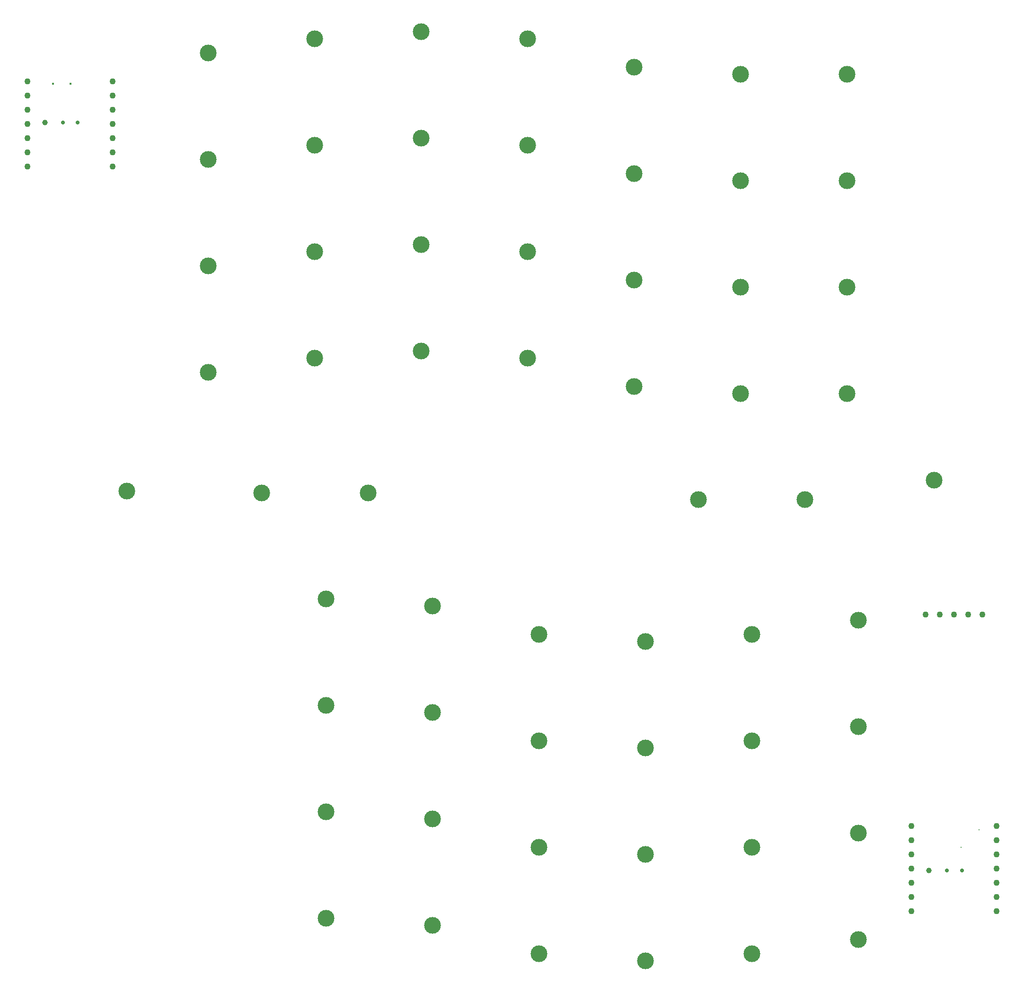
<source format=gbr>
%TF.GenerationSoftware,KiCad,Pcbnew,(6.0.7-1)-1*%
%TF.CreationDate,2023-01-14T16:38:47+08:00*%
%TF.ProjectId,prelude,7072656c-7564-4652-9e6b-696361645f70,rev?*%
%TF.SameCoordinates,Original*%
%TF.FileFunction,Plated,1,2,PTH,Drill*%
%TF.FilePolarity,Positive*%
%FSLAX46Y46*%
G04 Gerber Fmt 4.6, Leading zero omitted, Abs format (unit mm)*
G04 Created by KiCad (PCBNEW (6.0.7-1)-1) date 2023-01-14 16:38:47*
%MOMM*%
%LPD*%
G01*
G04 APERTURE LIST*
%TA.AperFunction,ViaDrill*%
%ADD10C,0.300000*%
%TD*%
%TA.AperFunction,ViaDrill*%
%ADD11C,0.400000*%
%TD*%
%TA.AperFunction,ComponentDrill*%
%ADD12C,0.700000*%
%TD*%
%TA.AperFunction,ComponentDrill*%
%ADD13C,1.000000*%
%TD*%
%TA.AperFunction,ComponentDrill*%
%ADD14C,1.092200*%
%TD*%
%TA.AperFunction,ComponentDrill*%
%ADD15C,3.000000*%
%TD*%
G04 APERTURE END LIST*
D10*
X-4395000Y-135175000D03*
X-1220000Y-132000000D03*
D11*
X-166900000Y1500000D03*
X-163750000Y1500000D03*
D12*
%TO.C,TP3*%
X-165100000Y-5415000D03*
%TO.C,TP4*%
X-162433000Y-5415000D03*
%TO.C,TP1*%
X-6935000Y-139285000D03*
%TO.C,TP2*%
X-4268000Y-139285000D03*
D13*
%TO.C,U2*%
X-168330000Y-5415000D03*
%TO.C,U1*%
X-10165000Y-139285000D03*
D14*
%TO.C,U2*%
X-171450000Y1905000D03*
X-171450000Y-635000D03*
X-171450000Y-3175000D03*
X-171450000Y-5715000D03*
X-171450000Y-8255000D03*
X-171450000Y-10795000D03*
X-171450000Y-13335000D03*
X-156210000Y1905000D03*
X-156210000Y-635000D03*
X-156210000Y-3175000D03*
X-156210000Y-5715000D03*
X-156210000Y-8255000D03*
X-156210000Y-10795000D03*
X-156210000Y-13335000D03*
%TO.C,U1*%
X-13285000Y-131365000D03*
X-13285000Y-133905000D03*
X-13285000Y-136445000D03*
X-13285000Y-138985000D03*
X-13285000Y-141525000D03*
X-13285000Y-144065000D03*
X-13285000Y-146605000D03*
%TO.C,Display1*%
X-10745000Y-93519000D03*
X-8205000Y-93519000D03*
X-5665000Y-93519000D03*
X-3125000Y-93519000D03*
X-585000Y-93519000D03*
%TO.C,U1*%
X1955000Y-131365000D03*
X1955000Y-133905000D03*
X1955000Y-136445000D03*
X1955000Y-138985000D03*
X1955000Y-141525000D03*
X1955000Y-144065000D03*
X1955000Y-146605000D03*
D15*
%TO.C,SWR0-5*%
X-153698085Y-71423867D03*
%TO.C,SWR0-1*%
X-139065000Y6985000D03*
%TO.C,SWR0-2*%
X-139065000Y-12065000D03*
%TO.C,SWR0-3*%
X-139065000Y-31115000D03*
%TO.C,SWR0-4*%
X-139065000Y-50165000D03*
%TO.C,SWR1-5*%
X-129540000Y-71755000D03*
%TO.C,SWR1-0*%
X-120015000Y9525000D03*
%TO.C,SWR1-2*%
X-120015000Y-9525000D03*
%TO.C,SWR1-3*%
X-120015000Y-28575000D03*
%TO.C,SWR1-4*%
X-120015000Y-47625000D03*
%TO.C,SWL0-4*%
X-118060000Y-90725000D03*
%TO.C,SWL0-3*%
X-118060000Y-109775000D03*
%TO.C,SWL0-2*%
X-118060000Y-128825000D03*
%TO.C,SWL0-1*%
X-118060000Y-147875000D03*
%TO.C,SWR2-5*%
X-110490000Y-71755000D03*
%TO.C,SWR2-0*%
X-100965000Y10795000D03*
%TO.C,SWR2-1*%
X-100965000Y-8255000D03*
%TO.C,SWR2-3*%
X-100965000Y-27305000D03*
%TO.C,SWR2-4*%
X-100965000Y-46355000D03*
%TO.C,SWL1-4*%
X-99010000Y-91995000D03*
%TO.C,SWL1-3*%
X-99010000Y-111045000D03*
%TO.C,SWL1-2*%
X-99010000Y-130095000D03*
%TO.C,SWL1-0*%
X-99010000Y-149145000D03*
%TO.C,SWR3-0*%
X-81915000Y9525000D03*
%TO.C,SWR3-1*%
X-81915000Y-9525000D03*
%TO.C,SWR3-2*%
X-81915000Y-28575000D03*
%TO.C,SWR3-4*%
X-81915000Y-47625000D03*
%TO.C,SWL2-4*%
X-79960000Y-97075000D03*
%TO.C,SWL2-3*%
X-79960000Y-116125000D03*
%TO.C,SWL2-1*%
X-79960000Y-135175000D03*
%TO.C,SWL2-0*%
X-79960000Y-154225000D03*
%TO.C,SWR4-0*%
X-62865000Y4445000D03*
%TO.C,SWR4-1*%
X-62865000Y-14605000D03*
%TO.C,SWR4-2*%
X-62865000Y-33655000D03*
%TO.C,SWR4-3*%
X-62865000Y-52705000D03*
%TO.C,SWL3-4*%
X-60910000Y-98345000D03*
%TO.C,SWL3-2*%
X-60910000Y-117395000D03*
%TO.C,SWL3-1*%
X-60910000Y-136445000D03*
%TO.C,SWL3-0*%
X-60910000Y-155495000D03*
%TO.C,SWL3-5*%
X-51385000Y-72945000D03*
%TO.C,SWR5-0*%
X-43815000Y3175000D03*
%TO.C,SWR5-1*%
X-43815000Y-15875000D03*
%TO.C,SWR5-2*%
X-43815000Y-34925000D03*
%TO.C,SWR5-3*%
X-43815000Y-53975000D03*
%TO.C,SWL4-3*%
X-41860000Y-97075000D03*
%TO.C,SWL4-2*%
X-41860000Y-116125000D03*
%TO.C,SWL4-1*%
X-41860000Y-135175000D03*
%TO.C,SWL4-0*%
X-41860000Y-154225000D03*
%TO.C,SWL4-5*%
X-32335000Y-72945000D03*
%TO.C,SWR6-0*%
X-24765000Y3175000D03*
%TO.C,SWR6-1*%
X-24765000Y-15875000D03*
%TO.C,SWR6-2*%
X-24765000Y-34925000D03*
%TO.C,SWR6-3*%
X-24765000Y-53975000D03*
%TO.C,SWL5-3*%
X-22810000Y-94535000D03*
%TO.C,SWL5-2*%
X-22810000Y-113585000D03*
%TO.C,SWL5-1*%
X-22810000Y-132635000D03*
%TO.C,SWL5-0*%
X-22810000Y-151685000D03*
%TO.C,SWL5-4*%
X-9197801Y-69466133D03*
M02*

</source>
